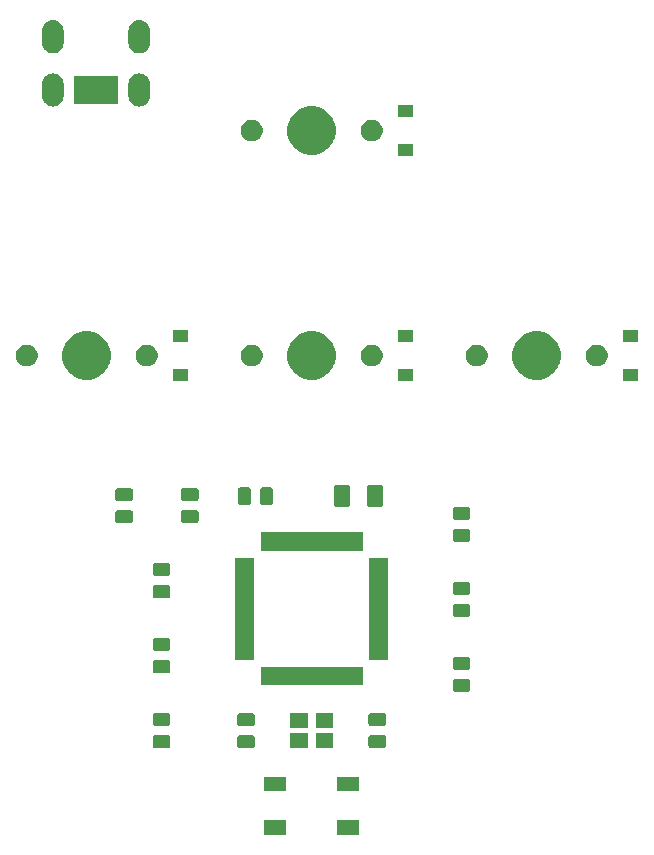
<source format=gts>
G04 #@! TF.GenerationSoftware,KiCad,Pcbnew,(5.1.4)-1*
G04 #@! TF.CreationDate,2022-10-20T20:42:53-05:00*
G04 #@! TF.ProjectId,first-3k-keypad,66697273-742d-4336-9b2d-6b6579706164,rev?*
G04 #@! TF.SameCoordinates,Original*
G04 #@! TF.FileFunction,Soldermask,Top*
G04 #@! TF.FilePolarity,Negative*
%FSLAX46Y46*%
G04 Gerber Fmt 4.6, Leading zero omitted, Abs format (unit mm)*
G04 Created by KiCad (PCBNEW (5.1.4)-1) date 2022-10-20 20:42:53*
%MOMM*%
%LPD*%
G04 APERTURE LIST*
%ADD10C,0.020000*%
G04 APERTURE END LIST*
D10*
G36*
X131051000Y-164376000D02*
G01*
X129149000Y-164376000D01*
X129149000Y-163174000D01*
X131051000Y-163174000D01*
X131051000Y-164376000D01*
X131051000Y-164376000D01*
G37*
G36*
X124851000Y-164376000D02*
G01*
X122949000Y-164376000D01*
X122949000Y-163174000D01*
X124851000Y-163174000D01*
X124851000Y-164376000D01*
X124851000Y-164376000D01*
G37*
G36*
X124851000Y-160676000D02*
G01*
X122949000Y-160676000D01*
X122949000Y-159474000D01*
X124851000Y-159474000D01*
X124851000Y-160676000D01*
X124851000Y-160676000D01*
G37*
G36*
X131051000Y-160676000D02*
G01*
X129149000Y-160676000D01*
X129149000Y-159474000D01*
X131051000Y-159474000D01*
X131051000Y-160676000D01*
X131051000Y-160676000D01*
G37*
G36*
X128851000Y-157076000D02*
G01*
X127349000Y-157076000D01*
X127349000Y-155774000D01*
X128851000Y-155774000D01*
X128851000Y-157076000D01*
X128851000Y-157076000D01*
G37*
G36*
X126651000Y-157076000D02*
G01*
X125149000Y-157076000D01*
X125149000Y-155774000D01*
X126651000Y-155774000D01*
X126651000Y-157076000D01*
X126651000Y-157076000D01*
G37*
G36*
X133140718Y-155978565D02*
G01*
X133179388Y-155990296D01*
X133215027Y-156009346D01*
X133246267Y-156034983D01*
X133271904Y-156066223D01*
X133290954Y-156101862D01*
X133302685Y-156140532D01*
X133307250Y-156186888D01*
X133307250Y-156838112D01*
X133302685Y-156884468D01*
X133290954Y-156923138D01*
X133271904Y-156958777D01*
X133246267Y-156990017D01*
X133215027Y-157015654D01*
X133179388Y-157034704D01*
X133140718Y-157046435D01*
X133094362Y-157051000D01*
X132018138Y-157051000D01*
X131971782Y-157046435D01*
X131933112Y-157034704D01*
X131897473Y-157015654D01*
X131866233Y-156990017D01*
X131840596Y-156958777D01*
X131821546Y-156923138D01*
X131809815Y-156884468D01*
X131805250Y-156838112D01*
X131805250Y-156186888D01*
X131809815Y-156140532D01*
X131821546Y-156101862D01*
X131840596Y-156066223D01*
X131866233Y-156034983D01*
X131897473Y-156009346D01*
X131933112Y-155990296D01*
X131971782Y-155978565D01*
X132018138Y-155974000D01*
X133094362Y-155974000D01*
X133140718Y-155978565D01*
X133140718Y-155978565D01*
G37*
G36*
X114884468Y-155978565D02*
G01*
X114923138Y-155990296D01*
X114958777Y-156009346D01*
X114990017Y-156034983D01*
X115015654Y-156066223D01*
X115034704Y-156101862D01*
X115046435Y-156140532D01*
X115051000Y-156186888D01*
X115051000Y-156838112D01*
X115046435Y-156884468D01*
X115034704Y-156923138D01*
X115015654Y-156958777D01*
X114990017Y-156990017D01*
X114958777Y-157015654D01*
X114923138Y-157034704D01*
X114884468Y-157046435D01*
X114838112Y-157051000D01*
X113761888Y-157051000D01*
X113715532Y-157046435D01*
X113676862Y-157034704D01*
X113641223Y-157015654D01*
X113609983Y-156990017D01*
X113584346Y-156958777D01*
X113565296Y-156923138D01*
X113553565Y-156884468D01*
X113549000Y-156838112D01*
X113549000Y-156186888D01*
X113553565Y-156140532D01*
X113565296Y-156101862D01*
X113584346Y-156066223D01*
X113609983Y-156034983D01*
X113641223Y-156009346D01*
X113676862Y-155990296D01*
X113715532Y-155978565D01*
X113761888Y-155974000D01*
X114838112Y-155974000D01*
X114884468Y-155978565D01*
X114884468Y-155978565D01*
G37*
G36*
X122028218Y-155978565D02*
G01*
X122066888Y-155990296D01*
X122102527Y-156009346D01*
X122133767Y-156034983D01*
X122159404Y-156066223D01*
X122178454Y-156101862D01*
X122190185Y-156140532D01*
X122194750Y-156186888D01*
X122194750Y-156838112D01*
X122190185Y-156884468D01*
X122178454Y-156923138D01*
X122159404Y-156958777D01*
X122133767Y-156990017D01*
X122102527Y-157015654D01*
X122066888Y-157034704D01*
X122028218Y-157046435D01*
X121981862Y-157051000D01*
X120905638Y-157051000D01*
X120859282Y-157046435D01*
X120820612Y-157034704D01*
X120784973Y-157015654D01*
X120753733Y-156990017D01*
X120728096Y-156958777D01*
X120709046Y-156923138D01*
X120697315Y-156884468D01*
X120692750Y-156838112D01*
X120692750Y-156186888D01*
X120697315Y-156140532D01*
X120709046Y-156101862D01*
X120728096Y-156066223D01*
X120753733Y-156034983D01*
X120784973Y-156009346D01*
X120820612Y-155990296D01*
X120859282Y-155978565D01*
X120905638Y-155974000D01*
X121981862Y-155974000D01*
X122028218Y-155978565D01*
X122028218Y-155978565D01*
G37*
G36*
X128851000Y-155376000D02*
G01*
X127349000Y-155376000D01*
X127349000Y-154074000D01*
X128851000Y-154074000D01*
X128851000Y-155376000D01*
X128851000Y-155376000D01*
G37*
G36*
X126651000Y-155376000D02*
G01*
X125149000Y-155376000D01*
X125149000Y-154074000D01*
X126651000Y-154074000D01*
X126651000Y-155376000D01*
X126651000Y-155376000D01*
G37*
G36*
X114884468Y-154103565D02*
G01*
X114923138Y-154115296D01*
X114958777Y-154134346D01*
X114990017Y-154159983D01*
X115015654Y-154191223D01*
X115034704Y-154226862D01*
X115046435Y-154265532D01*
X115051000Y-154311888D01*
X115051000Y-154963112D01*
X115046435Y-155009468D01*
X115034704Y-155048138D01*
X115015654Y-155083777D01*
X114990017Y-155115017D01*
X114958777Y-155140654D01*
X114923138Y-155159704D01*
X114884468Y-155171435D01*
X114838112Y-155176000D01*
X113761888Y-155176000D01*
X113715532Y-155171435D01*
X113676862Y-155159704D01*
X113641223Y-155140654D01*
X113609983Y-155115017D01*
X113584346Y-155083777D01*
X113565296Y-155048138D01*
X113553565Y-155009468D01*
X113549000Y-154963112D01*
X113549000Y-154311888D01*
X113553565Y-154265532D01*
X113565296Y-154226862D01*
X113584346Y-154191223D01*
X113609983Y-154159983D01*
X113641223Y-154134346D01*
X113676862Y-154115296D01*
X113715532Y-154103565D01*
X113761888Y-154099000D01*
X114838112Y-154099000D01*
X114884468Y-154103565D01*
X114884468Y-154103565D01*
G37*
G36*
X133140718Y-154103565D02*
G01*
X133179388Y-154115296D01*
X133215027Y-154134346D01*
X133246267Y-154159983D01*
X133271904Y-154191223D01*
X133290954Y-154226862D01*
X133302685Y-154265532D01*
X133307250Y-154311888D01*
X133307250Y-154963112D01*
X133302685Y-155009468D01*
X133290954Y-155048138D01*
X133271904Y-155083777D01*
X133246267Y-155115017D01*
X133215027Y-155140654D01*
X133179388Y-155159704D01*
X133140718Y-155171435D01*
X133094362Y-155176000D01*
X132018138Y-155176000D01*
X131971782Y-155171435D01*
X131933112Y-155159704D01*
X131897473Y-155140654D01*
X131866233Y-155115017D01*
X131840596Y-155083777D01*
X131821546Y-155048138D01*
X131809815Y-155009468D01*
X131805250Y-154963112D01*
X131805250Y-154311888D01*
X131809815Y-154265532D01*
X131821546Y-154226862D01*
X131840596Y-154191223D01*
X131866233Y-154159983D01*
X131897473Y-154134346D01*
X131933112Y-154115296D01*
X131971782Y-154103565D01*
X132018138Y-154099000D01*
X133094362Y-154099000D01*
X133140718Y-154103565D01*
X133140718Y-154103565D01*
G37*
G36*
X122028218Y-154103565D02*
G01*
X122066888Y-154115296D01*
X122102527Y-154134346D01*
X122133767Y-154159983D01*
X122159404Y-154191223D01*
X122178454Y-154226862D01*
X122190185Y-154265532D01*
X122194750Y-154311888D01*
X122194750Y-154963112D01*
X122190185Y-155009468D01*
X122178454Y-155048138D01*
X122159404Y-155083777D01*
X122133767Y-155115017D01*
X122102527Y-155140654D01*
X122066888Y-155159704D01*
X122028218Y-155171435D01*
X121981862Y-155176000D01*
X120905638Y-155176000D01*
X120859282Y-155171435D01*
X120820612Y-155159704D01*
X120784973Y-155140654D01*
X120753733Y-155115017D01*
X120728096Y-155083777D01*
X120709046Y-155048138D01*
X120697315Y-155009468D01*
X120692750Y-154963112D01*
X120692750Y-154311888D01*
X120697315Y-154265532D01*
X120709046Y-154226862D01*
X120728096Y-154191223D01*
X120753733Y-154159983D01*
X120784973Y-154134346D01*
X120820612Y-154115296D01*
X120859282Y-154103565D01*
X120905638Y-154099000D01*
X121981862Y-154099000D01*
X122028218Y-154103565D01*
X122028218Y-154103565D01*
G37*
G36*
X140284468Y-151216065D02*
G01*
X140323138Y-151227796D01*
X140358777Y-151246846D01*
X140390017Y-151272483D01*
X140415654Y-151303723D01*
X140434704Y-151339362D01*
X140446435Y-151378032D01*
X140451000Y-151424388D01*
X140451000Y-152075612D01*
X140446435Y-152121968D01*
X140434704Y-152160638D01*
X140415654Y-152196277D01*
X140390017Y-152227517D01*
X140358777Y-152253154D01*
X140323138Y-152272204D01*
X140284468Y-152283935D01*
X140238112Y-152288500D01*
X139161888Y-152288500D01*
X139115532Y-152283935D01*
X139076862Y-152272204D01*
X139041223Y-152253154D01*
X139009983Y-152227517D01*
X138984346Y-152196277D01*
X138965296Y-152160638D01*
X138953565Y-152121968D01*
X138949000Y-152075612D01*
X138949000Y-151424388D01*
X138953565Y-151378032D01*
X138965296Y-151339362D01*
X138984346Y-151303723D01*
X139009983Y-151272483D01*
X139041223Y-151246846D01*
X139076862Y-151227796D01*
X139115532Y-151216065D01*
X139161888Y-151211500D01*
X140238112Y-151211500D01*
X140284468Y-151216065D01*
X140284468Y-151216065D01*
G37*
G36*
X131326000Y-151757250D02*
G01*
X122674000Y-151757250D01*
X122674000Y-150155250D01*
X131326000Y-150155250D01*
X131326000Y-151757250D01*
X131326000Y-151757250D01*
G37*
G36*
X114884468Y-149628565D02*
G01*
X114923138Y-149640296D01*
X114958777Y-149659346D01*
X114990017Y-149684983D01*
X115015654Y-149716223D01*
X115034704Y-149751862D01*
X115046435Y-149790532D01*
X115051000Y-149836888D01*
X115051000Y-150488112D01*
X115046435Y-150534468D01*
X115034704Y-150573138D01*
X115015654Y-150608777D01*
X114990017Y-150640017D01*
X114958777Y-150665654D01*
X114923138Y-150684704D01*
X114884468Y-150696435D01*
X114838112Y-150701000D01*
X113761888Y-150701000D01*
X113715532Y-150696435D01*
X113676862Y-150684704D01*
X113641223Y-150665654D01*
X113609983Y-150640017D01*
X113584346Y-150608777D01*
X113565296Y-150573138D01*
X113553565Y-150534468D01*
X113549000Y-150488112D01*
X113549000Y-149836888D01*
X113553565Y-149790532D01*
X113565296Y-149751862D01*
X113584346Y-149716223D01*
X113609983Y-149684983D01*
X113641223Y-149659346D01*
X113676862Y-149640296D01*
X113715532Y-149628565D01*
X113761888Y-149624000D01*
X114838112Y-149624000D01*
X114884468Y-149628565D01*
X114884468Y-149628565D01*
G37*
G36*
X140284468Y-149341065D02*
G01*
X140323138Y-149352796D01*
X140358777Y-149371846D01*
X140390017Y-149397483D01*
X140415654Y-149428723D01*
X140434704Y-149464362D01*
X140446435Y-149503032D01*
X140451000Y-149549388D01*
X140451000Y-150200612D01*
X140446435Y-150246968D01*
X140434704Y-150285638D01*
X140415654Y-150321277D01*
X140390017Y-150352517D01*
X140358777Y-150378154D01*
X140323138Y-150397204D01*
X140284468Y-150408935D01*
X140238112Y-150413500D01*
X139161888Y-150413500D01*
X139115532Y-150408935D01*
X139076862Y-150397204D01*
X139041223Y-150378154D01*
X139009983Y-150352517D01*
X138984346Y-150321277D01*
X138965296Y-150285638D01*
X138953565Y-150246968D01*
X138949000Y-150200612D01*
X138949000Y-149549388D01*
X138953565Y-149503032D01*
X138965296Y-149464362D01*
X138984346Y-149428723D01*
X139009983Y-149397483D01*
X139041223Y-149371846D01*
X139076862Y-149352796D01*
X139115532Y-149341065D01*
X139161888Y-149336500D01*
X140238112Y-149336500D01*
X140284468Y-149341065D01*
X140284468Y-149341065D01*
G37*
G36*
X133501000Y-149582250D02*
G01*
X131899000Y-149582250D01*
X131899000Y-140930250D01*
X133501000Y-140930250D01*
X133501000Y-149582250D01*
X133501000Y-149582250D01*
G37*
G36*
X122101000Y-149582250D02*
G01*
X120499000Y-149582250D01*
X120499000Y-140930250D01*
X122101000Y-140930250D01*
X122101000Y-149582250D01*
X122101000Y-149582250D01*
G37*
G36*
X114884468Y-147753565D02*
G01*
X114923138Y-147765296D01*
X114958777Y-147784346D01*
X114990017Y-147809983D01*
X115015654Y-147841223D01*
X115034704Y-147876862D01*
X115046435Y-147915532D01*
X115051000Y-147961888D01*
X115051000Y-148613112D01*
X115046435Y-148659468D01*
X115034704Y-148698138D01*
X115015654Y-148733777D01*
X114990017Y-148765017D01*
X114958777Y-148790654D01*
X114923138Y-148809704D01*
X114884468Y-148821435D01*
X114838112Y-148826000D01*
X113761888Y-148826000D01*
X113715532Y-148821435D01*
X113676862Y-148809704D01*
X113641223Y-148790654D01*
X113609983Y-148765017D01*
X113584346Y-148733777D01*
X113565296Y-148698138D01*
X113553565Y-148659468D01*
X113549000Y-148613112D01*
X113549000Y-147961888D01*
X113553565Y-147915532D01*
X113565296Y-147876862D01*
X113584346Y-147841223D01*
X113609983Y-147809983D01*
X113641223Y-147784346D01*
X113676862Y-147765296D01*
X113715532Y-147753565D01*
X113761888Y-147749000D01*
X114838112Y-147749000D01*
X114884468Y-147753565D01*
X114884468Y-147753565D01*
G37*
G36*
X140284468Y-144866065D02*
G01*
X140323138Y-144877796D01*
X140358777Y-144896846D01*
X140390017Y-144922483D01*
X140415654Y-144953723D01*
X140434704Y-144989362D01*
X140446435Y-145028032D01*
X140451000Y-145074388D01*
X140451000Y-145725612D01*
X140446435Y-145771968D01*
X140434704Y-145810638D01*
X140415654Y-145846277D01*
X140390017Y-145877517D01*
X140358777Y-145903154D01*
X140323138Y-145922204D01*
X140284468Y-145933935D01*
X140238112Y-145938500D01*
X139161888Y-145938500D01*
X139115532Y-145933935D01*
X139076862Y-145922204D01*
X139041223Y-145903154D01*
X139009983Y-145877517D01*
X138984346Y-145846277D01*
X138965296Y-145810638D01*
X138953565Y-145771968D01*
X138949000Y-145725612D01*
X138949000Y-145074388D01*
X138953565Y-145028032D01*
X138965296Y-144989362D01*
X138984346Y-144953723D01*
X139009983Y-144922483D01*
X139041223Y-144896846D01*
X139076862Y-144877796D01*
X139115532Y-144866065D01*
X139161888Y-144861500D01*
X140238112Y-144861500D01*
X140284468Y-144866065D01*
X140284468Y-144866065D01*
G37*
G36*
X114884468Y-143278565D02*
G01*
X114923138Y-143290296D01*
X114958777Y-143309346D01*
X114990017Y-143334983D01*
X115015654Y-143366223D01*
X115034704Y-143401862D01*
X115046435Y-143440532D01*
X115051000Y-143486888D01*
X115051000Y-144138112D01*
X115046435Y-144184468D01*
X115034704Y-144223138D01*
X115015654Y-144258777D01*
X114990017Y-144290017D01*
X114958777Y-144315654D01*
X114923138Y-144334704D01*
X114884468Y-144346435D01*
X114838112Y-144351000D01*
X113761888Y-144351000D01*
X113715532Y-144346435D01*
X113676862Y-144334704D01*
X113641223Y-144315654D01*
X113609983Y-144290017D01*
X113584346Y-144258777D01*
X113565296Y-144223138D01*
X113553565Y-144184468D01*
X113549000Y-144138112D01*
X113549000Y-143486888D01*
X113553565Y-143440532D01*
X113565296Y-143401862D01*
X113584346Y-143366223D01*
X113609983Y-143334983D01*
X113641223Y-143309346D01*
X113676862Y-143290296D01*
X113715532Y-143278565D01*
X113761888Y-143274000D01*
X114838112Y-143274000D01*
X114884468Y-143278565D01*
X114884468Y-143278565D01*
G37*
G36*
X140284468Y-142991065D02*
G01*
X140323138Y-143002796D01*
X140358777Y-143021846D01*
X140390017Y-143047483D01*
X140415654Y-143078723D01*
X140434704Y-143114362D01*
X140446435Y-143153032D01*
X140451000Y-143199388D01*
X140451000Y-143850612D01*
X140446435Y-143896968D01*
X140434704Y-143935638D01*
X140415654Y-143971277D01*
X140390017Y-144002517D01*
X140358777Y-144028154D01*
X140323138Y-144047204D01*
X140284468Y-144058935D01*
X140238112Y-144063500D01*
X139161888Y-144063500D01*
X139115532Y-144058935D01*
X139076862Y-144047204D01*
X139041223Y-144028154D01*
X139009983Y-144002517D01*
X138984346Y-143971277D01*
X138965296Y-143935638D01*
X138953565Y-143896968D01*
X138949000Y-143850612D01*
X138949000Y-143199388D01*
X138953565Y-143153032D01*
X138965296Y-143114362D01*
X138984346Y-143078723D01*
X139009983Y-143047483D01*
X139041223Y-143021846D01*
X139076862Y-143002796D01*
X139115532Y-142991065D01*
X139161888Y-142986500D01*
X140238112Y-142986500D01*
X140284468Y-142991065D01*
X140284468Y-142991065D01*
G37*
G36*
X114884468Y-141403565D02*
G01*
X114923138Y-141415296D01*
X114958777Y-141434346D01*
X114990017Y-141459983D01*
X115015654Y-141491223D01*
X115034704Y-141526862D01*
X115046435Y-141565532D01*
X115051000Y-141611888D01*
X115051000Y-142263112D01*
X115046435Y-142309468D01*
X115034704Y-142348138D01*
X115015654Y-142383777D01*
X114990017Y-142415017D01*
X114958777Y-142440654D01*
X114923138Y-142459704D01*
X114884468Y-142471435D01*
X114838112Y-142476000D01*
X113761888Y-142476000D01*
X113715532Y-142471435D01*
X113676862Y-142459704D01*
X113641223Y-142440654D01*
X113609983Y-142415017D01*
X113584346Y-142383777D01*
X113565296Y-142348138D01*
X113553565Y-142309468D01*
X113549000Y-142263112D01*
X113549000Y-141611888D01*
X113553565Y-141565532D01*
X113565296Y-141526862D01*
X113584346Y-141491223D01*
X113609983Y-141459983D01*
X113641223Y-141434346D01*
X113676862Y-141415296D01*
X113715532Y-141403565D01*
X113761888Y-141399000D01*
X114838112Y-141399000D01*
X114884468Y-141403565D01*
X114884468Y-141403565D01*
G37*
G36*
X131326000Y-140357250D02*
G01*
X122674000Y-140357250D01*
X122674000Y-138755250D01*
X131326000Y-138755250D01*
X131326000Y-140357250D01*
X131326000Y-140357250D01*
G37*
G36*
X140284468Y-138516065D02*
G01*
X140323138Y-138527796D01*
X140358777Y-138546846D01*
X140390017Y-138572483D01*
X140415654Y-138603723D01*
X140434704Y-138639362D01*
X140446435Y-138678032D01*
X140451000Y-138724388D01*
X140451000Y-139375612D01*
X140446435Y-139421968D01*
X140434704Y-139460638D01*
X140415654Y-139496277D01*
X140390017Y-139527517D01*
X140358777Y-139553154D01*
X140323138Y-139572204D01*
X140284468Y-139583935D01*
X140238112Y-139588500D01*
X139161888Y-139588500D01*
X139115532Y-139583935D01*
X139076862Y-139572204D01*
X139041223Y-139553154D01*
X139009983Y-139527517D01*
X138984346Y-139496277D01*
X138965296Y-139460638D01*
X138953565Y-139421968D01*
X138949000Y-139375612D01*
X138949000Y-138724388D01*
X138953565Y-138678032D01*
X138965296Y-138639362D01*
X138984346Y-138603723D01*
X139009983Y-138572483D01*
X139041223Y-138546846D01*
X139076862Y-138527796D01*
X139115532Y-138516065D01*
X139161888Y-138511500D01*
X140238112Y-138511500D01*
X140284468Y-138516065D01*
X140284468Y-138516065D01*
G37*
G36*
X111709468Y-136928565D02*
G01*
X111748138Y-136940296D01*
X111783777Y-136959346D01*
X111815017Y-136984983D01*
X111840654Y-137016223D01*
X111859704Y-137051862D01*
X111871435Y-137090532D01*
X111876000Y-137136888D01*
X111876000Y-137788112D01*
X111871435Y-137834468D01*
X111859704Y-137873138D01*
X111840654Y-137908777D01*
X111815017Y-137940017D01*
X111783777Y-137965654D01*
X111748138Y-137984704D01*
X111709468Y-137996435D01*
X111663112Y-138001000D01*
X110586888Y-138001000D01*
X110540532Y-137996435D01*
X110501862Y-137984704D01*
X110466223Y-137965654D01*
X110434983Y-137940017D01*
X110409346Y-137908777D01*
X110390296Y-137873138D01*
X110378565Y-137834468D01*
X110374000Y-137788112D01*
X110374000Y-137136888D01*
X110378565Y-137090532D01*
X110390296Y-137051862D01*
X110409346Y-137016223D01*
X110434983Y-136984983D01*
X110466223Y-136959346D01*
X110501862Y-136940296D01*
X110540532Y-136928565D01*
X110586888Y-136924000D01*
X111663112Y-136924000D01*
X111709468Y-136928565D01*
X111709468Y-136928565D01*
G37*
G36*
X117265718Y-136928565D02*
G01*
X117304388Y-136940296D01*
X117340027Y-136959346D01*
X117371267Y-136984983D01*
X117396904Y-137016223D01*
X117415954Y-137051862D01*
X117427685Y-137090532D01*
X117432250Y-137136888D01*
X117432250Y-137788112D01*
X117427685Y-137834468D01*
X117415954Y-137873138D01*
X117396904Y-137908777D01*
X117371267Y-137940017D01*
X117340027Y-137965654D01*
X117304388Y-137984704D01*
X117265718Y-137996435D01*
X117219362Y-138001000D01*
X116143138Y-138001000D01*
X116096782Y-137996435D01*
X116058112Y-137984704D01*
X116022473Y-137965654D01*
X115991233Y-137940017D01*
X115965596Y-137908777D01*
X115946546Y-137873138D01*
X115934815Y-137834468D01*
X115930250Y-137788112D01*
X115930250Y-137136888D01*
X115934815Y-137090532D01*
X115946546Y-137051862D01*
X115965596Y-137016223D01*
X115991233Y-136984983D01*
X116022473Y-136959346D01*
X116058112Y-136940296D01*
X116096782Y-136928565D01*
X116143138Y-136924000D01*
X117219362Y-136924000D01*
X117265718Y-136928565D01*
X117265718Y-136928565D01*
G37*
G36*
X140284468Y-136641065D02*
G01*
X140323138Y-136652796D01*
X140358777Y-136671846D01*
X140390017Y-136697483D01*
X140415654Y-136728723D01*
X140434704Y-136764362D01*
X140446435Y-136803032D01*
X140451000Y-136849388D01*
X140451000Y-137500612D01*
X140446435Y-137546968D01*
X140434704Y-137585638D01*
X140415654Y-137621277D01*
X140390017Y-137652517D01*
X140358777Y-137678154D01*
X140323138Y-137697204D01*
X140284468Y-137708935D01*
X140238112Y-137713500D01*
X139161888Y-137713500D01*
X139115532Y-137708935D01*
X139076862Y-137697204D01*
X139041223Y-137678154D01*
X139009983Y-137652517D01*
X138984346Y-137621277D01*
X138965296Y-137585638D01*
X138953565Y-137546968D01*
X138949000Y-137500612D01*
X138949000Y-136849388D01*
X138953565Y-136803032D01*
X138965296Y-136764362D01*
X138984346Y-136728723D01*
X139009983Y-136697483D01*
X139041223Y-136671846D01*
X139076862Y-136652796D01*
X139115532Y-136641065D01*
X139161888Y-136636500D01*
X140238112Y-136636500D01*
X140284468Y-136641065D01*
X140284468Y-136641065D01*
G37*
G36*
X130087354Y-134809597D02*
G01*
X130123894Y-134820682D01*
X130157571Y-134838683D01*
X130187091Y-134862909D01*
X130211317Y-134892429D01*
X130229318Y-134926106D01*
X130240403Y-134962646D01*
X130244750Y-135006788D01*
X130244750Y-136455712D01*
X130240403Y-136499854D01*
X130229318Y-136536394D01*
X130211317Y-136570071D01*
X130187091Y-136599591D01*
X130157571Y-136623817D01*
X130123894Y-136641818D01*
X130087354Y-136652903D01*
X130043212Y-136657250D01*
X129094288Y-136657250D01*
X129050146Y-136652903D01*
X129013606Y-136641818D01*
X128979929Y-136623817D01*
X128950409Y-136599591D01*
X128926183Y-136570071D01*
X128908182Y-136536394D01*
X128897097Y-136499854D01*
X128892750Y-136455712D01*
X128892750Y-135006788D01*
X128897097Y-134962646D01*
X128908182Y-134926106D01*
X128926183Y-134892429D01*
X128950409Y-134862909D01*
X128979929Y-134838683D01*
X129013606Y-134820682D01*
X129050146Y-134809597D01*
X129094288Y-134805250D01*
X130043212Y-134805250D01*
X130087354Y-134809597D01*
X130087354Y-134809597D01*
G37*
G36*
X132887354Y-134809597D02*
G01*
X132923894Y-134820682D01*
X132957571Y-134838683D01*
X132987091Y-134862909D01*
X133011317Y-134892429D01*
X133029318Y-134926106D01*
X133040403Y-134962646D01*
X133044750Y-135006788D01*
X133044750Y-136455712D01*
X133040403Y-136499854D01*
X133029318Y-136536394D01*
X133011317Y-136570071D01*
X132987091Y-136599591D01*
X132957571Y-136623817D01*
X132923894Y-136641818D01*
X132887354Y-136652903D01*
X132843212Y-136657250D01*
X131894288Y-136657250D01*
X131850146Y-136652903D01*
X131813606Y-136641818D01*
X131779929Y-136623817D01*
X131750409Y-136599591D01*
X131726183Y-136570071D01*
X131708182Y-136536394D01*
X131697097Y-136499854D01*
X131692750Y-136455712D01*
X131692750Y-135006788D01*
X131697097Y-134962646D01*
X131708182Y-134926106D01*
X131726183Y-134892429D01*
X131750409Y-134862909D01*
X131779929Y-134838683D01*
X131813606Y-134820682D01*
X131850146Y-134809597D01*
X131894288Y-134805250D01*
X132843212Y-134805250D01*
X132887354Y-134809597D01*
X132887354Y-134809597D01*
G37*
G36*
X121671968Y-134984815D02*
G01*
X121710638Y-134996546D01*
X121746277Y-135015596D01*
X121777517Y-135041233D01*
X121803154Y-135072473D01*
X121822204Y-135108112D01*
X121833935Y-135146782D01*
X121838500Y-135193138D01*
X121838500Y-136269362D01*
X121833935Y-136315718D01*
X121822204Y-136354388D01*
X121803154Y-136390027D01*
X121777517Y-136421267D01*
X121746277Y-136446904D01*
X121710638Y-136465954D01*
X121671968Y-136477685D01*
X121625612Y-136482250D01*
X120974388Y-136482250D01*
X120928032Y-136477685D01*
X120889362Y-136465954D01*
X120853723Y-136446904D01*
X120822483Y-136421267D01*
X120796846Y-136390027D01*
X120777796Y-136354388D01*
X120766065Y-136315718D01*
X120761500Y-136269362D01*
X120761500Y-135193138D01*
X120766065Y-135146782D01*
X120777796Y-135108112D01*
X120796846Y-135072473D01*
X120822483Y-135041233D01*
X120853723Y-135015596D01*
X120889362Y-134996546D01*
X120928032Y-134984815D01*
X120974388Y-134980250D01*
X121625612Y-134980250D01*
X121671968Y-134984815D01*
X121671968Y-134984815D01*
G37*
G36*
X123546968Y-134984815D02*
G01*
X123585638Y-134996546D01*
X123621277Y-135015596D01*
X123652517Y-135041233D01*
X123678154Y-135072473D01*
X123697204Y-135108112D01*
X123708935Y-135146782D01*
X123713500Y-135193138D01*
X123713500Y-136269362D01*
X123708935Y-136315718D01*
X123697204Y-136354388D01*
X123678154Y-136390027D01*
X123652517Y-136421267D01*
X123621277Y-136446904D01*
X123585638Y-136465954D01*
X123546968Y-136477685D01*
X123500612Y-136482250D01*
X122849388Y-136482250D01*
X122803032Y-136477685D01*
X122764362Y-136465954D01*
X122728723Y-136446904D01*
X122697483Y-136421267D01*
X122671846Y-136390027D01*
X122652796Y-136354388D01*
X122641065Y-136315718D01*
X122636500Y-136269362D01*
X122636500Y-135193138D01*
X122641065Y-135146782D01*
X122652796Y-135108112D01*
X122671846Y-135072473D01*
X122697483Y-135041233D01*
X122728723Y-135015596D01*
X122764362Y-134996546D01*
X122803032Y-134984815D01*
X122849388Y-134980250D01*
X123500612Y-134980250D01*
X123546968Y-134984815D01*
X123546968Y-134984815D01*
G37*
G36*
X117265718Y-135053565D02*
G01*
X117304388Y-135065296D01*
X117340027Y-135084346D01*
X117371267Y-135109983D01*
X117396904Y-135141223D01*
X117415954Y-135176862D01*
X117427685Y-135215532D01*
X117432250Y-135261888D01*
X117432250Y-135913112D01*
X117427685Y-135959468D01*
X117415954Y-135998138D01*
X117396904Y-136033777D01*
X117371267Y-136065017D01*
X117340027Y-136090654D01*
X117304388Y-136109704D01*
X117265718Y-136121435D01*
X117219362Y-136126000D01*
X116143138Y-136126000D01*
X116096782Y-136121435D01*
X116058112Y-136109704D01*
X116022473Y-136090654D01*
X115991233Y-136065017D01*
X115965596Y-136033777D01*
X115946546Y-135998138D01*
X115934815Y-135959468D01*
X115930250Y-135913112D01*
X115930250Y-135261888D01*
X115934815Y-135215532D01*
X115946546Y-135176862D01*
X115965596Y-135141223D01*
X115991233Y-135109983D01*
X116022473Y-135084346D01*
X116058112Y-135065296D01*
X116096782Y-135053565D01*
X116143138Y-135049000D01*
X117219362Y-135049000D01*
X117265718Y-135053565D01*
X117265718Y-135053565D01*
G37*
G36*
X111709468Y-135053565D02*
G01*
X111748138Y-135065296D01*
X111783777Y-135084346D01*
X111815017Y-135109983D01*
X111840654Y-135141223D01*
X111859704Y-135176862D01*
X111871435Y-135215532D01*
X111876000Y-135261888D01*
X111876000Y-135913112D01*
X111871435Y-135959468D01*
X111859704Y-135998138D01*
X111840654Y-136033777D01*
X111815017Y-136065017D01*
X111783777Y-136090654D01*
X111748138Y-136109704D01*
X111709468Y-136121435D01*
X111663112Y-136126000D01*
X110586888Y-136126000D01*
X110540532Y-136121435D01*
X110501862Y-136109704D01*
X110466223Y-136090654D01*
X110434983Y-136065017D01*
X110409346Y-136033777D01*
X110390296Y-135998138D01*
X110378565Y-135959468D01*
X110374000Y-135913112D01*
X110374000Y-135261888D01*
X110378565Y-135215532D01*
X110390296Y-135176862D01*
X110409346Y-135141223D01*
X110434983Y-135109983D01*
X110466223Y-135084346D01*
X110501862Y-135065296D01*
X110540532Y-135053565D01*
X110586888Y-135049000D01*
X111663112Y-135049000D01*
X111709468Y-135053565D01*
X111709468Y-135053565D01*
G37*
G36*
X154638500Y-125976000D02*
G01*
X153336500Y-125976000D01*
X153336500Y-124974000D01*
X154638500Y-124974000D01*
X154638500Y-125976000D01*
X154638500Y-125976000D01*
G37*
G36*
X116538500Y-125976000D02*
G01*
X115236500Y-125976000D01*
X115236500Y-124974000D01*
X116538500Y-124974000D01*
X116538500Y-125976000D01*
X116538500Y-125976000D01*
G37*
G36*
X135588500Y-125976000D02*
G01*
X134286500Y-125976000D01*
X134286500Y-124974000D01*
X135588500Y-124974000D01*
X135588500Y-125976000D01*
X135588500Y-125976000D01*
G37*
G36*
X146646474Y-121858684D02*
G01*
X146864474Y-121948983D01*
X147018623Y-122012833D01*
X147353548Y-122236623D01*
X147638377Y-122521452D01*
X147862167Y-122856377D01*
X147894562Y-122934586D01*
X148016316Y-123228526D01*
X148094900Y-123623594D01*
X148094900Y-124026406D01*
X148016316Y-124421474D01*
X147965451Y-124544272D01*
X147862167Y-124793623D01*
X147638377Y-125128548D01*
X147353548Y-125413377D01*
X147018623Y-125637167D01*
X146864474Y-125701017D01*
X146646474Y-125791316D01*
X146251406Y-125869900D01*
X145848594Y-125869900D01*
X145453526Y-125791316D01*
X145235526Y-125701017D01*
X145081377Y-125637167D01*
X144746452Y-125413377D01*
X144461623Y-125128548D01*
X144237833Y-124793623D01*
X144134549Y-124544272D01*
X144083684Y-124421474D01*
X144005100Y-124026406D01*
X144005100Y-123623594D01*
X144083684Y-123228526D01*
X144205438Y-122934586D01*
X144237833Y-122856377D01*
X144461623Y-122521452D01*
X144746452Y-122236623D01*
X145081377Y-122012833D01*
X145235526Y-121948983D01*
X145453526Y-121858684D01*
X145848594Y-121780100D01*
X146251406Y-121780100D01*
X146646474Y-121858684D01*
X146646474Y-121858684D01*
G37*
G36*
X127596474Y-121858684D02*
G01*
X127814474Y-121948983D01*
X127968623Y-122012833D01*
X128303548Y-122236623D01*
X128588377Y-122521452D01*
X128812167Y-122856377D01*
X128844562Y-122934586D01*
X128966316Y-123228526D01*
X129044900Y-123623594D01*
X129044900Y-124026406D01*
X128966316Y-124421474D01*
X128915451Y-124544272D01*
X128812167Y-124793623D01*
X128588377Y-125128548D01*
X128303548Y-125413377D01*
X127968623Y-125637167D01*
X127814474Y-125701017D01*
X127596474Y-125791316D01*
X127201406Y-125869900D01*
X126798594Y-125869900D01*
X126403526Y-125791316D01*
X126185526Y-125701017D01*
X126031377Y-125637167D01*
X125696452Y-125413377D01*
X125411623Y-125128548D01*
X125187833Y-124793623D01*
X125084549Y-124544272D01*
X125033684Y-124421474D01*
X124955100Y-124026406D01*
X124955100Y-123623594D01*
X125033684Y-123228526D01*
X125155438Y-122934586D01*
X125187833Y-122856377D01*
X125411623Y-122521452D01*
X125696452Y-122236623D01*
X126031377Y-122012833D01*
X126185526Y-121948983D01*
X126403526Y-121858684D01*
X126798594Y-121780100D01*
X127201406Y-121780100D01*
X127596474Y-121858684D01*
X127596474Y-121858684D01*
G37*
G36*
X108546474Y-121858684D02*
G01*
X108764474Y-121948983D01*
X108918623Y-122012833D01*
X109253548Y-122236623D01*
X109538377Y-122521452D01*
X109762167Y-122856377D01*
X109794562Y-122934586D01*
X109916316Y-123228526D01*
X109994900Y-123623594D01*
X109994900Y-124026406D01*
X109916316Y-124421474D01*
X109865451Y-124544272D01*
X109762167Y-124793623D01*
X109538377Y-125128548D01*
X109253548Y-125413377D01*
X108918623Y-125637167D01*
X108764474Y-125701017D01*
X108546474Y-125791316D01*
X108151406Y-125869900D01*
X107748594Y-125869900D01*
X107353526Y-125791316D01*
X107135526Y-125701017D01*
X106981377Y-125637167D01*
X106646452Y-125413377D01*
X106361623Y-125128548D01*
X106137833Y-124793623D01*
X106034549Y-124544272D01*
X105983684Y-124421474D01*
X105905100Y-124026406D01*
X105905100Y-123623594D01*
X105983684Y-123228526D01*
X106105438Y-122934586D01*
X106137833Y-122856377D01*
X106361623Y-122521452D01*
X106646452Y-122236623D01*
X106981377Y-122012833D01*
X107135526Y-121948983D01*
X107353526Y-121858684D01*
X107748594Y-121780100D01*
X108151406Y-121780100D01*
X108546474Y-121858684D01*
X108546474Y-121858684D01*
G37*
G36*
X151400104Y-122934585D02*
G01*
X151568626Y-123004389D01*
X151720291Y-123105728D01*
X151849272Y-123234709D01*
X151950611Y-123386374D01*
X152020415Y-123554896D01*
X152056000Y-123733797D01*
X152056000Y-123916203D01*
X152020415Y-124095104D01*
X151950611Y-124263626D01*
X151849272Y-124415291D01*
X151720291Y-124544272D01*
X151568626Y-124645611D01*
X151400104Y-124715415D01*
X151221203Y-124751000D01*
X151038797Y-124751000D01*
X150859896Y-124715415D01*
X150691374Y-124645611D01*
X150539709Y-124544272D01*
X150410728Y-124415291D01*
X150309389Y-124263626D01*
X150239585Y-124095104D01*
X150204000Y-123916203D01*
X150204000Y-123733797D01*
X150239585Y-123554896D01*
X150309389Y-123386374D01*
X150410728Y-123234709D01*
X150539709Y-123105728D01*
X150691374Y-123004389D01*
X150859896Y-122934585D01*
X151038797Y-122899000D01*
X151221203Y-122899000D01*
X151400104Y-122934585D01*
X151400104Y-122934585D01*
G37*
G36*
X141240104Y-122934585D02*
G01*
X141408626Y-123004389D01*
X141560291Y-123105728D01*
X141689272Y-123234709D01*
X141790611Y-123386374D01*
X141860415Y-123554896D01*
X141896000Y-123733797D01*
X141896000Y-123916203D01*
X141860415Y-124095104D01*
X141790611Y-124263626D01*
X141689272Y-124415291D01*
X141560291Y-124544272D01*
X141408626Y-124645611D01*
X141240104Y-124715415D01*
X141061203Y-124751000D01*
X140878797Y-124751000D01*
X140699896Y-124715415D01*
X140531374Y-124645611D01*
X140379709Y-124544272D01*
X140250728Y-124415291D01*
X140149389Y-124263626D01*
X140079585Y-124095104D01*
X140044000Y-123916203D01*
X140044000Y-123733797D01*
X140079585Y-123554896D01*
X140149389Y-123386374D01*
X140250728Y-123234709D01*
X140379709Y-123105728D01*
X140531374Y-123004389D01*
X140699896Y-122934585D01*
X140878797Y-122899000D01*
X141061203Y-122899000D01*
X141240104Y-122934585D01*
X141240104Y-122934585D01*
G37*
G36*
X122190104Y-122934585D02*
G01*
X122358626Y-123004389D01*
X122510291Y-123105728D01*
X122639272Y-123234709D01*
X122740611Y-123386374D01*
X122810415Y-123554896D01*
X122846000Y-123733797D01*
X122846000Y-123916203D01*
X122810415Y-124095104D01*
X122740611Y-124263626D01*
X122639272Y-124415291D01*
X122510291Y-124544272D01*
X122358626Y-124645611D01*
X122190104Y-124715415D01*
X122011203Y-124751000D01*
X121828797Y-124751000D01*
X121649896Y-124715415D01*
X121481374Y-124645611D01*
X121329709Y-124544272D01*
X121200728Y-124415291D01*
X121099389Y-124263626D01*
X121029585Y-124095104D01*
X120994000Y-123916203D01*
X120994000Y-123733797D01*
X121029585Y-123554896D01*
X121099389Y-123386374D01*
X121200728Y-123234709D01*
X121329709Y-123105728D01*
X121481374Y-123004389D01*
X121649896Y-122934585D01*
X121828797Y-122899000D01*
X122011203Y-122899000D01*
X122190104Y-122934585D01*
X122190104Y-122934585D01*
G37*
G36*
X113300104Y-122934585D02*
G01*
X113468626Y-123004389D01*
X113620291Y-123105728D01*
X113749272Y-123234709D01*
X113850611Y-123386374D01*
X113920415Y-123554896D01*
X113956000Y-123733797D01*
X113956000Y-123916203D01*
X113920415Y-124095104D01*
X113850611Y-124263626D01*
X113749272Y-124415291D01*
X113620291Y-124544272D01*
X113468626Y-124645611D01*
X113300104Y-124715415D01*
X113121203Y-124751000D01*
X112938797Y-124751000D01*
X112759896Y-124715415D01*
X112591374Y-124645611D01*
X112439709Y-124544272D01*
X112310728Y-124415291D01*
X112209389Y-124263626D01*
X112139585Y-124095104D01*
X112104000Y-123916203D01*
X112104000Y-123733797D01*
X112139585Y-123554896D01*
X112209389Y-123386374D01*
X112310728Y-123234709D01*
X112439709Y-123105728D01*
X112591374Y-123004389D01*
X112759896Y-122934585D01*
X112938797Y-122899000D01*
X113121203Y-122899000D01*
X113300104Y-122934585D01*
X113300104Y-122934585D01*
G37*
G36*
X103140104Y-122934585D02*
G01*
X103308626Y-123004389D01*
X103460291Y-123105728D01*
X103589272Y-123234709D01*
X103690611Y-123386374D01*
X103760415Y-123554896D01*
X103796000Y-123733797D01*
X103796000Y-123916203D01*
X103760415Y-124095104D01*
X103690611Y-124263626D01*
X103589272Y-124415291D01*
X103460291Y-124544272D01*
X103308626Y-124645611D01*
X103140104Y-124715415D01*
X102961203Y-124751000D01*
X102778797Y-124751000D01*
X102599896Y-124715415D01*
X102431374Y-124645611D01*
X102279709Y-124544272D01*
X102150728Y-124415291D01*
X102049389Y-124263626D01*
X101979585Y-124095104D01*
X101944000Y-123916203D01*
X101944000Y-123733797D01*
X101979585Y-123554896D01*
X102049389Y-123386374D01*
X102150728Y-123234709D01*
X102279709Y-123105728D01*
X102431374Y-123004389D01*
X102599896Y-122934585D01*
X102778797Y-122899000D01*
X102961203Y-122899000D01*
X103140104Y-122934585D01*
X103140104Y-122934585D01*
G37*
G36*
X132350104Y-122934585D02*
G01*
X132518626Y-123004389D01*
X132670291Y-123105728D01*
X132799272Y-123234709D01*
X132900611Y-123386374D01*
X132970415Y-123554896D01*
X133006000Y-123733797D01*
X133006000Y-123916203D01*
X132970415Y-124095104D01*
X132900611Y-124263626D01*
X132799272Y-124415291D01*
X132670291Y-124544272D01*
X132518626Y-124645611D01*
X132350104Y-124715415D01*
X132171203Y-124751000D01*
X131988797Y-124751000D01*
X131809896Y-124715415D01*
X131641374Y-124645611D01*
X131489709Y-124544272D01*
X131360728Y-124415291D01*
X131259389Y-124263626D01*
X131189585Y-124095104D01*
X131154000Y-123916203D01*
X131154000Y-123733797D01*
X131189585Y-123554896D01*
X131259389Y-123386374D01*
X131360728Y-123234709D01*
X131489709Y-123105728D01*
X131641374Y-123004389D01*
X131809896Y-122934585D01*
X131988797Y-122899000D01*
X132171203Y-122899000D01*
X132350104Y-122934585D01*
X132350104Y-122934585D01*
G37*
G36*
X154638500Y-122676000D02*
G01*
X153336500Y-122676000D01*
X153336500Y-121674000D01*
X154638500Y-121674000D01*
X154638500Y-122676000D01*
X154638500Y-122676000D01*
G37*
G36*
X135588500Y-122676000D02*
G01*
X134286500Y-122676000D01*
X134286500Y-121674000D01*
X135588500Y-121674000D01*
X135588500Y-122676000D01*
X135588500Y-122676000D01*
G37*
G36*
X116538500Y-122676000D02*
G01*
X115236500Y-122676000D01*
X115236500Y-121674000D01*
X116538500Y-121674000D01*
X116538500Y-122676000D01*
X116538500Y-122676000D01*
G37*
G36*
X135588500Y-106926000D02*
G01*
X134286500Y-106926000D01*
X134286500Y-105924000D01*
X135588500Y-105924000D01*
X135588500Y-106926000D01*
X135588500Y-106926000D01*
G37*
G36*
X127596474Y-102808684D02*
G01*
X127814474Y-102898983D01*
X127968623Y-102962833D01*
X128303548Y-103186623D01*
X128588377Y-103471452D01*
X128812167Y-103806377D01*
X128844562Y-103884586D01*
X128966316Y-104178526D01*
X129044900Y-104573594D01*
X129044900Y-104976406D01*
X128966316Y-105371474D01*
X128915451Y-105494272D01*
X128812167Y-105743623D01*
X128588377Y-106078548D01*
X128303548Y-106363377D01*
X127968623Y-106587167D01*
X127814474Y-106651017D01*
X127596474Y-106741316D01*
X127201406Y-106819900D01*
X126798594Y-106819900D01*
X126403526Y-106741316D01*
X126185526Y-106651017D01*
X126031377Y-106587167D01*
X125696452Y-106363377D01*
X125411623Y-106078548D01*
X125187833Y-105743623D01*
X125084549Y-105494272D01*
X125033684Y-105371474D01*
X124955100Y-104976406D01*
X124955100Y-104573594D01*
X125033684Y-104178526D01*
X125155438Y-103884586D01*
X125187833Y-103806377D01*
X125411623Y-103471452D01*
X125696452Y-103186623D01*
X126031377Y-102962833D01*
X126185526Y-102898983D01*
X126403526Y-102808684D01*
X126798594Y-102730100D01*
X127201406Y-102730100D01*
X127596474Y-102808684D01*
X127596474Y-102808684D01*
G37*
G36*
X122190104Y-103884585D02*
G01*
X122358626Y-103954389D01*
X122510291Y-104055728D01*
X122639272Y-104184709D01*
X122740611Y-104336374D01*
X122810415Y-104504896D01*
X122846000Y-104683797D01*
X122846000Y-104866203D01*
X122810415Y-105045104D01*
X122740611Y-105213626D01*
X122639272Y-105365291D01*
X122510291Y-105494272D01*
X122358626Y-105595611D01*
X122190104Y-105665415D01*
X122011203Y-105701000D01*
X121828797Y-105701000D01*
X121649896Y-105665415D01*
X121481374Y-105595611D01*
X121329709Y-105494272D01*
X121200728Y-105365291D01*
X121099389Y-105213626D01*
X121029585Y-105045104D01*
X120994000Y-104866203D01*
X120994000Y-104683797D01*
X121029585Y-104504896D01*
X121099389Y-104336374D01*
X121200728Y-104184709D01*
X121329709Y-104055728D01*
X121481374Y-103954389D01*
X121649896Y-103884585D01*
X121828797Y-103849000D01*
X122011203Y-103849000D01*
X122190104Y-103884585D01*
X122190104Y-103884585D01*
G37*
G36*
X132350104Y-103884585D02*
G01*
X132518626Y-103954389D01*
X132670291Y-104055728D01*
X132799272Y-104184709D01*
X132900611Y-104336374D01*
X132970415Y-104504896D01*
X133006000Y-104683797D01*
X133006000Y-104866203D01*
X132970415Y-105045104D01*
X132900611Y-105213626D01*
X132799272Y-105365291D01*
X132670291Y-105494272D01*
X132518626Y-105595611D01*
X132350104Y-105665415D01*
X132171203Y-105701000D01*
X131988797Y-105701000D01*
X131809896Y-105665415D01*
X131641374Y-105595611D01*
X131489709Y-105494272D01*
X131360728Y-105365291D01*
X131259389Y-105213626D01*
X131189585Y-105045104D01*
X131154000Y-104866203D01*
X131154000Y-104683797D01*
X131189585Y-104504896D01*
X131259389Y-104336374D01*
X131360728Y-104184709D01*
X131489709Y-104055728D01*
X131641374Y-103954389D01*
X131809896Y-103884585D01*
X131988797Y-103849000D01*
X132171203Y-103849000D01*
X132350104Y-103884585D01*
X132350104Y-103884585D01*
G37*
G36*
X135588500Y-103626000D02*
G01*
X134286500Y-103626000D01*
X134286500Y-102624000D01*
X135588500Y-102624000D01*
X135588500Y-103626000D01*
X135588500Y-103626000D01*
G37*
G36*
X112570377Y-99949537D02*
G01*
X112740216Y-100001057D01*
X112896741Y-100084722D01*
X112932479Y-100114052D01*
X113033936Y-100197314D01*
X113117198Y-100298771D01*
X113146528Y-100334509D01*
X113230193Y-100491034D01*
X113281713Y-100660873D01*
X113294750Y-100793242D01*
X113294750Y-101881758D01*
X113281713Y-102014127D01*
X113230193Y-102183966D01*
X113146528Y-102340491D01*
X113117198Y-102376229D01*
X113033936Y-102477686D01*
X112896739Y-102590279D01*
X112740217Y-102673942D01*
X112740215Y-102673943D01*
X112570376Y-102725463D01*
X112393750Y-102742859D01*
X112217123Y-102725463D01*
X112047284Y-102673943D01*
X111890759Y-102590278D01*
X111855021Y-102560948D01*
X111753564Y-102477686D01*
X111640971Y-102340489D01*
X111557308Y-102183967D01*
X111557307Y-102183965D01*
X111505787Y-102014126D01*
X111492750Y-101881757D01*
X111492751Y-100793242D01*
X111505788Y-100660873D01*
X111557308Y-100491034D01*
X111640973Y-100334509D01*
X111670303Y-100298771D01*
X111753565Y-100197314D01*
X111855022Y-100114052D01*
X111890760Y-100084722D01*
X112047285Y-100001057D01*
X112217124Y-99949537D01*
X112393750Y-99932141D01*
X112570377Y-99949537D01*
X112570377Y-99949537D01*
G37*
G36*
X105270377Y-99949537D02*
G01*
X105440216Y-100001057D01*
X105596741Y-100084722D01*
X105632479Y-100114052D01*
X105733936Y-100197314D01*
X105817198Y-100298771D01*
X105846528Y-100334509D01*
X105930193Y-100491034D01*
X105981713Y-100660873D01*
X105994750Y-100793242D01*
X105994750Y-101881758D01*
X105981713Y-102014127D01*
X105930193Y-102183966D01*
X105846528Y-102340491D01*
X105817198Y-102376229D01*
X105733936Y-102477686D01*
X105596739Y-102590279D01*
X105440217Y-102673942D01*
X105440215Y-102673943D01*
X105270376Y-102725463D01*
X105093750Y-102742859D01*
X104917123Y-102725463D01*
X104747284Y-102673943D01*
X104590759Y-102590278D01*
X104555021Y-102560948D01*
X104453564Y-102477686D01*
X104340971Y-102340489D01*
X104257308Y-102183967D01*
X104257307Y-102183965D01*
X104205787Y-102014126D01*
X104192750Y-101881757D01*
X104192751Y-100793242D01*
X104205788Y-100660873D01*
X104257308Y-100491034D01*
X104340973Y-100334509D01*
X104370303Y-100298771D01*
X104453565Y-100197314D01*
X104555022Y-100114052D01*
X104590760Y-100084722D01*
X104747285Y-100001057D01*
X104917124Y-99949537D01*
X105093750Y-99932141D01*
X105270377Y-99949537D01*
X105270377Y-99949537D01*
G37*
G36*
X110644750Y-102513500D02*
G01*
X106842750Y-102513500D01*
X106842750Y-100161500D01*
X110644750Y-100161500D01*
X110644750Y-102513500D01*
X110644750Y-102513500D01*
G37*
G36*
X105270377Y-95449537D02*
G01*
X105440216Y-95501057D01*
X105596741Y-95584722D01*
X105632479Y-95614052D01*
X105733936Y-95697314D01*
X105817198Y-95798771D01*
X105846528Y-95834509D01*
X105930193Y-95991034D01*
X105981713Y-96160873D01*
X105994750Y-96293242D01*
X105994750Y-97381758D01*
X105981713Y-97514127D01*
X105930193Y-97683966D01*
X105846528Y-97840491D01*
X105817198Y-97876229D01*
X105733936Y-97977686D01*
X105596739Y-98090279D01*
X105440217Y-98173942D01*
X105440215Y-98173943D01*
X105270376Y-98225463D01*
X105093750Y-98242859D01*
X104917123Y-98225463D01*
X104747284Y-98173943D01*
X104590759Y-98090278D01*
X104555021Y-98060948D01*
X104453564Y-97977686D01*
X104340971Y-97840489D01*
X104257308Y-97683967D01*
X104257307Y-97683965D01*
X104205787Y-97514126D01*
X104192750Y-97381757D01*
X104192751Y-96293242D01*
X104205788Y-96160873D01*
X104257308Y-95991034D01*
X104340973Y-95834509D01*
X104370303Y-95798771D01*
X104453565Y-95697314D01*
X104555022Y-95614052D01*
X104590760Y-95584722D01*
X104747285Y-95501057D01*
X104917124Y-95449537D01*
X105093750Y-95432141D01*
X105270377Y-95449537D01*
X105270377Y-95449537D01*
G37*
G36*
X112570377Y-95449537D02*
G01*
X112740216Y-95501057D01*
X112896741Y-95584722D01*
X112932479Y-95614052D01*
X113033936Y-95697314D01*
X113117198Y-95798771D01*
X113146528Y-95834509D01*
X113230193Y-95991034D01*
X113281713Y-96160873D01*
X113294750Y-96293242D01*
X113294750Y-97381758D01*
X113281713Y-97514127D01*
X113230193Y-97683966D01*
X113146528Y-97840491D01*
X113117198Y-97876229D01*
X113033936Y-97977686D01*
X112896739Y-98090279D01*
X112740217Y-98173942D01*
X112740215Y-98173943D01*
X112570376Y-98225463D01*
X112393750Y-98242859D01*
X112217123Y-98225463D01*
X112047284Y-98173943D01*
X111890759Y-98090278D01*
X111855021Y-98060948D01*
X111753564Y-97977686D01*
X111640971Y-97840489D01*
X111557308Y-97683967D01*
X111557307Y-97683965D01*
X111505787Y-97514126D01*
X111492750Y-97381757D01*
X111492751Y-96293242D01*
X111505788Y-96160873D01*
X111557308Y-95991034D01*
X111640973Y-95834509D01*
X111670303Y-95798771D01*
X111753565Y-95697314D01*
X111855022Y-95614052D01*
X111890760Y-95584722D01*
X112047285Y-95501057D01*
X112217124Y-95449537D01*
X112393750Y-95432141D01*
X112570377Y-95449537D01*
X112570377Y-95449537D01*
G37*
M02*

</source>
